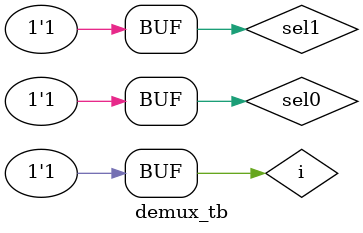
<source format=v>
module demux_tb;
    reg sel0,sel1;
    reg i;
    wire y0,y1,y2,y3;
    
    demux_1x4_by_1x2 d(sel0,sel1,i,y0,y1,y2,y3);
    
    initial begin 
        $monitor("sel0=%b, sel1=%b, i=%b, y0=%b, y1=%b, y2=%b, y3=%b",sel0,sel1,i,y0,y1,y2,y3);
        sel0=0;sel1=0;i=0;#1;
        sel0=0;sel1=0;i=1;#1;
        sel0=0;sel1=1;i=0;#1;
        sel0=0;sel1=1;i=1;#1;
        sel0=1;sel1=0;i=0;#1;
        sel0=1;sel1=0;i=1;#1;
        sel0=1;sel1=1;i=0;#1;
        sel0=1;sel1=1;i=1;#1;
    end
    
endmodule

</source>
